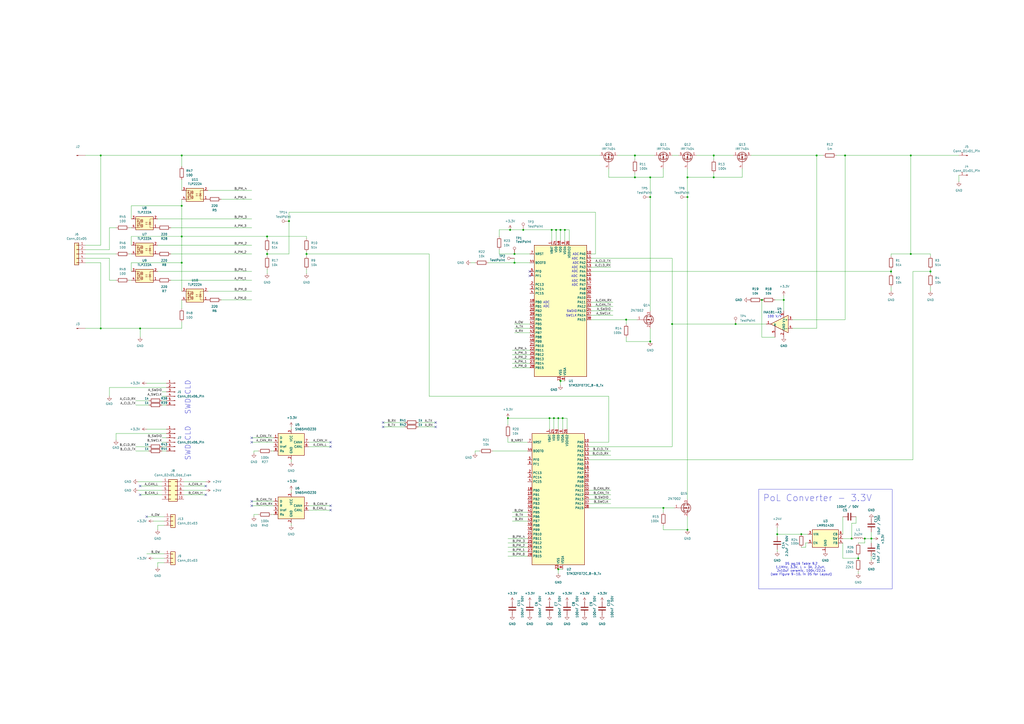
<source format=kicad_sch>
(kicad_sch (version 20250114) (generator "eeschema") (generator_version "9.0")
  (paper "A2")
  (rectangle (start 440.055 283.845) (end 517.525 341.63))
  (text "SWCLK" (at 331.47 183.134 0) (effects (font (size 1.27 1.27))))
  (text "ADC" (at 333.502 157.48 0) (effects (font (size 1.27 1.27))))
  (text "CLD" (at 110.744 255.778 90) (effects (font (size 2.9972 2.9972)) (justify left bottom)))
  (text "ADC" (at 333.502 150.114 0) (effects (font (size 1.27 1.27))))
  (text "ADC" (at 334.01 152.654 0) (effects (font (size 1.27 1.27))))
  (text "ADC" (at 333.248 160.274 0) (effects (font (size 1.27 1.27))))
  (text "SWD" (at 110.744 267.208 90) (effects (font (size 2.9972 2.9972)) (justify left bottom)))
  (text "ADC" (at 316.992 177.8 0) (effects (font (size 1.27 1.27))))
  (text "CLD" (at 110.744 229.108 90) (effects (font (size 2.9972 2.9972)) (justify left bottom)))
  (text "ADC" (at 333.502 163.068 0) (effects (font (size 1.27 1.27))))
  (text "ADC" (at 333.502 165.354 0) (effects (font (size 1.27 1.27))))
  (text "DS pg.16 Table 9.2\n1.1MHz, 3.3V, L > 3A, 2.2uH, \n2x10uF ceramic, 100k/22.1k\n(see Figure 9-10. in DS for Layout)" (at 464.82 330.2 0) (effects (font (size 1.27 1.27))))
  (text "PoL Converter - 3.3V" (at 474.218 289.052 0) (effects (font (size 3.81 3.81))))
  (text "ADC" (at 334.01 147.574 0) (effects (font (size 1.27 1.27))))
  (text "ADC" (at 316.992 175.514 0) (effects (font (size 1.27 1.27))))
  (text "ADC" (at 333.502 155.194 0) (effects (font (size 1.27 1.27))))
  (text "100 V/V" (at 449.326 183.642 0) (effects (font (size 1.27 1.27))))
  (text "SWD" (at 110.744 240.538 90) (effects (font (size 2.9972 2.9972)) (justify left bottom)))
  (text "SWDIO" (at 331.724 180.594 0) (effects (font (size 1.27 1.27))))
  (junction (at 298.45 152.4))
  (junction (at 320.04 133.35))
  (junction (at 58.42 90.17))
  (junction (at 454.66 173.99))
  (junction (at 167.64 128.27))
  (junction (at 363.22 185.42))
  (junction (at 398.78 114.3))
  (junction (at 105.41 152.4))
  (junction (at 389.89 187.96))
  (junction (at 105.41 137.16))
  (junction (at 81.28 190.5))
  (junction (at 377.19 114.3))
  (junction (at 497.84 323.85))
  (junction (at 377.19 102.87))
  (junction (at 154.94 137.16))
  (junction (at 490.22 90.17))
  (junction (at 327.66 133.35))
  (junction (at 414.02 90.17))
  (junction (at 154.94 147.32))
  (junction (at 105.41 119.38))
  (junction (at 398.78 307.34))
  (junction (at 323.85 242.57))
  (junction (at 398.78 102.87))
  (junction (at 441.96 173.99))
  (junction (at 426.72 187.96))
  (junction (at 298.45 147.32))
  (junction (at 323.85 330.2))
  (junction (at 528.32 147.32))
  (junction (at 539.75 157.48))
  (junction (at 321.31 242.57))
  (junction (at 450.85 309.88))
  (junction (at 325.12 220.98))
  (junction (at 505.46 312.42))
  (junction (at 105.41 90.17))
  (junction (at 473.71 90.17))
  (junction (at 516.89 157.48))
  (junction (at 414.02 102.87))
  (junction (at 325.12 133.35))
  (junction (at 368.3 90.17))
  (junction (at 464.82 309.88))
  (junction (at 303.53 133.35))
  (junction (at 384.81 294.64))
  (junction (at 58.42 190.5))
  (junction (at 318.77 242.57))
  (junction (at 326.39 242.57))
  (junction (at 322.58 133.35))
  (junction (at 528.32 90.17))
  (junction (at 177.8 147.32))
  (junction (at 295.91 133.35))
  (junction (at 494.03 312.42))
  (junction (at 294.64 242.57))
  (junction (at 501.65 312.42))
  (junction (at 368.3 102.87))
  (junction (at 377.19 198.12))
  (no_connect (at 307.34 157.48))
  (no_connect (at 191.77 256.54))
  (no_connect (at 307.34 160.02))
  (no_connect (at 81.28 281.94))
  (no_connect (at 146.05 290.83))
  (no_connect (at 146.05 293.37))
  (no_connect (at 119.38 281.94))
  (no_connect (at 222.25 245.11))
  (no_connect (at 191.77 259.08))
  (no_connect (at 146.05 254))
  (no_connect (at 146.05 256.54))
  (no_connect (at 85.09 299.72))
  (no_connect (at 191.77 293.37))
  (no_connect (at 191.77 295.91))
  (no_connect (at 252.73 247.65))
  (no_connect (at 119.38 287.02))
  (no_connect (at 222.25 247.65))
  (no_connect (at 252.73 245.11))
  (no_connect (at 81.28 287.02))
  (wire (pts (xy 488.95 312.42) (xy 494.03 312.42)))
  (wire (pts (xy 128.27 173.99) (xy 146.05 173.99)))
  (wire (pts (xy 389.89 149.86) (xy 389.89 187.96)))
  (wire (pts (xy 81.28 287.02) (xy 93.98 287.02)))
  (wire (pts (xy 177.8 147.32) (xy 248.92 147.32)) (stroke (width 0.1524)))
  (wire (pts (xy 149.86 261.62) (xy 147.32 261.62)))
  (wire (pts (xy 88.9 302.26) (xy 95.25 302.26)))
  (wire (pts (xy 435.61 90.17) (xy 473.71 90.17)))
  (wire (pts (xy 449.58 195.58) (xy 441.96 195.58)))
  (wire (pts (xy 341.63 261.62) (xy 354.33 261.62)))
  (wire (pts (xy 96.52 256.54) (xy 93.98 256.54)))
  (wire (pts (xy 494.03 303.53) (xy 496.57 303.53)))
  (wire (pts (xy 177.8 146.05) (xy 177.8 147.32)) (stroke (width 0.1524)))
  (wire (pts (xy 384.81 102.87) (xy 384.81 97.79)))
  (wire (pts (xy 149.86 298.45) (xy 147.32 298.45)))
  (wire (pts (xy 398.78 102.87) (xy 414.02 102.87)))
  (wire (pts (xy 168.91 266.7) (xy 168.91 267.97)))
  (wire (pts (xy 556.26 101.6) (xy 556.26 105.41)))
  (wire (pts (xy 342.9 185.42) (xy 363.22 185.42)))
  (wire (pts (xy 368.3 90.17) (xy 379.73 90.17)))
  (wire (pts (xy 167.64 147.32) (xy 167.64 128.27)))
  (wire (pts (xy 80.01 284.48) (xy 93.98 284.48)))
  (wire (pts (xy 369.57 185.42) (xy 363.22 185.42)))
  (wire (pts (xy 157.48 261.62) (xy 158.75 261.62)))
  (wire (pts (xy 328.93 242.57) (xy 328.93 248.92)))
  (wire (pts (xy 298.45 147.32) (xy 307.34 147.32)))
  (wire (pts (xy 450.85 318.77) (xy 450.85 320.04)))
  (wire (pts (xy 294.64 242.57) (xy 294.64 246.38)))
  (wire (pts (xy 294.64 312.42) (xy 306.07 312.42)))
  (wire (pts (xy 96.52 232.41) (xy 93.98 232.41)))
  (wire (pts (xy 430.53 102.87) (xy 430.53 97.79)))
  (wire (pts (xy 539.75 157.48) (xy 529.59 157.48)) (stroke (width 0.1524)))
  (wire (pts (xy 326.39 242.57) (xy 328.93 242.57)))
  (wire (pts (xy 91.44 142.24) (xy 146.05 142.24)))
  (wire (pts (xy 96.52 259.08) (xy 93.98 259.08)))
  (wire (pts (xy 501.65 314.96) (xy 501.65 312.42)))
  (wire (pts (xy 167.64 123.19) (xy 167.64 128.27)))
  (wire (pts (xy 414.02 90.17) (xy 414.02 92.71)))
  (wire (pts (xy 529.59 266.7) (xy 341.63 266.7)) (stroke (width 0.1524)))
  (wire (pts (xy 501.65 312.42) (xy 505.46 312.42)))
  (wire (pts (xy 91.44 127) (xy 146.05 127)))
  (wire (pts (xy 323.85 330.2) (xy 326.39 330.2)))
  (wire (pts (xy 297.18 205.74) (xy 307.34 205.74)))
  (wire (pts (xy 377.19 114.3) (xy 377.19 180.34)))
  (wire (pts (xy 297.18 299.72) (xy 306.07 299.72)))
  (wire (pts (xy 234.95 247.65) (xy 222.25 247.65)))
  (wire (pts (xy 320.04 133.35) (xy 322.58 133.35)))
  (wire (pts (xy 146.05 290.83) (xy 158.75 290.83)))
  (wire (pts (xy 377.19 198.12) (xy 377.19 190.5)))
  (wire (pts (xy 128.27 115.57) (xy 146.05 115.57)))
  (wire (pts (xy 81.28 190.5) (xy 81.28 195.58)))
  (wire (pts (xy 528.32 147.32) (xy 528.32 90.17)))
  (wire (pts (xy 342.9 175.26) (xy 355.6 175.26)))
  (wire (pts (xy 81.28 190.5) (xy 105.41 190.5)))
  (wire (pts (xy 398.78 307.34) (xy 398.78 299.72)))
  (wire (pts (xy 341.63 287.02) (xy 354.33 287.02)))
  (wire (pts (xy 516.89 157.48) (xy 516.89 158.75)))
  (wire (pts (xy 516.89 166.37) (xy 516.89 168.91)))
  (wire (pts (xy 85.09 299.72) (xy 95.25 299.72)))
  (wire (pts (xy 167.64 123.19) (xy 345.44 123.19)))
  (wire (pts (xy 505.46 312.42) (xy 505.46 308.61)))
  (wire (pts (xy 273.05 152.4) (xy 275.59 152.4)))
  (wire (pts (xy 294.64 314.96) (xy 306.07 314.96)))
  (wire (pts (xy 341.63 284.48) (xy 354.33 284.48)))
  (wire (pts (xy 76.2 157.48) (xy 76.2 152.4)))
  (wire (pts (xy 450.85 306.07) (xy 450.85 309.88)))
  (wire (pts (xy 91.44 157.48) (xy 146.05 157.48)))
  (wire (pts (xy 96.52 254) (xy 93.98 254)))
  (wire (pts (xy 179.07 295.91) (xy 191.77 295.91)))
  (wire (pts (xy 490.22 90.17) (xy 490.22 185.42)))
  (wire (pts (xy 516.89 148.59) (xy 516.89 147.32)))
  (wire (pts (xy 248.92 147.32) (xy 248.92 229.87)) (stroke (width 0.1524)))
  (wire (pts (xy 377.19 198.12) (xy 363.22 198.12)))
  (wire (pts (xy 298.45 187.96) (xy 307.34 187.96)))
  (wire (pts (xy 450.85 311.15) (xy 450.85 309.88)))
  (wire (pts (xy 76.2 152.4) (xy 105.41 152.4)))
  (wire (pts (xy 467.36 317.5) (xy 467.36 314.96)))
  (wire (pts (xy 473.71 90.17) (xy 473.71 190.5)))
  (wire (pts (xy 58.42 90.17) (xy 105.41 90.17)))
  (wire (pts (xy 384.81 304.8) (xy 384.81 307.34)))
  (wire (pts (xy 58.42 142.24) (xy 58.42 90.17)))
  (wire (pts (xy 341.63 294.64) (xy 384.81 294.64)))
  (wire (pts (xy 105.41 115.57) (xy 105.41 119.38)))
  (wire (pts (xy 85.09 321.31) (xy 95.25 321.31)))
  (wire (pts (xy 330.2 133.35) (xy 330.2 139.7)))
  (wire (pts (xy 342.9 177.8) (xy 355.6 177.8)))
  (wire (pts (xy 464.82 309.88) (xy 468.63 309.88)))
  (wire (pts (xy 252.73 245.11) (xy 242.57 245.11)))
  (wire (pts (xy 297.18 208.28) (xy 307.34 208.28)))
  (wire (pts (xy 297.18 210.82) (xy 307.34 210.82)))
  (wire (pts (xy 105.41 173.99) (xy 105.41 179.07)))
  (wire (pts (xy 154.94 147.32) (xy 167.64 147.32)))
  (wire (pts (xy 76.2 127) (xy 76.2 119.38)))
  (wire (pts (xy 342.9 152.4) (xy 354.33 152.4)))
  (wire (pts (xy 391.16 294.64) (xy 384.81 294.64)))
  (wire (pts (xy 528.32 90.17) (xy 556.26 90.17)))
  (wire (pts (xy 146.05 256.54) (xy 158.75 256.54)))
  (wire (pts (xy 320.04 133.35) (xy 320.04 139.7)))
  (wire (pts (xy 389.89 90.17) (xy 393.7 90.17)))
  (wire (pts (xy 322.58 133.35) (xy 322.58 139.7)))
  (wire (pts (xy 289.56 147.32) (xy 298.45 147.32)))
  (wire (pts (xy 441.96 173.99) (xy 441.96 195.58)))
  (wire (pts (xy 488.95 314.96) (xy 488.95 323.85)))
  (wire (pts (xy 294.64 256.54) (xy 306.07 256.54)))
  (wire (pts (xy 106.68 284.48) (xy 119.38 284.48)))
  (wire (pts (xy 516.89 147.32) (xy 528.32 147.32)))
  (wire (pts (xy 303.53 133.35) (xy 320.04 133.35)))
  (wire (pts (xy 105.41 186.69) (xy 105.41 190.5)))
  (wire (pts (xy 157.48 298.45) (xy 158.75 298.45)))
  (wire (pts (xy 459.74 190.5) (xy 473.71 190.5)))
  (wire (pts (xy 505.46 312.42) (xy 505.46 314.96)))
  (wire (pts (xy 398.78 102.87) (xy 398.78 114.3)))
  (wire (pts (xy 539.75 166.37) (xy 539.75 168.91)))
  (wire (pts (xy 345.44 147.32) (xy 342.9 147.32)))
  (wire (pts (xy 49.53 190.5) (xy 58.42 190.5)))
  (wire (pts (xy 76.2 137.16) (xy 105.41 137.16)))
  (wire (pts (xy 179.07 259.08) (xy 191.77 259.08)))
  (wire (pts (xy 377.19 102.87) (xy 377.19 114.3)))
  (wire (pts (xy 485.14 90.17) (xy 490.22 90.17)))
  (wire (pts (xy 325.12 220.98) (xy 325.12 223.52)))
  (wire (pts (xy 76.2 119.38) (xy 105.41 119.38)))
  (wire (pts (xy 294.64 254) (xy 294.64 256.54)))
  (wire (pts (xy 105.41 152.4) (xy 105.41 168.91)))
  (wire (pts (xy 342.9 182.88) (xy 355.6 182.88)))
  (wire (pts (xy 528.32 147.32) (xy 539.75 147.32)))
  (wire (pts (xy 298.45 193.04) (xy 307.34 193.04)))
  (wire (pts (xy 398.78 307.34) (xy 384.81 307.34)))
  (wire (pts (xy 497.84 314.96) (xy 501.65 314.96)))
  (wire (pts (xy 539.75 156.21) (xy 539.75 157.48)) (stroke (width 0.1524)))
  (wire (pts (xy 321.31 242.57) (xy 321.31 248.92)))
  (wire (pts (xy 120.65 110.49) (xy 146.05 110.49)))
  (wire (pts (xy 177.8 147.32) (xy 177.8 148.59)) (stroke (width 0.1524)))
  (wire (pts (xy 516.89 156.21) (xy 516.89 157.48)))
  (wire (pts (xy 494.03 312.42) (xy 494.03 303.53)))
  (wire (pts (xy 86.36 259.08) (xy 78.74 259.08)))
  (wire (pts (xy 403.86 90.17) (xy 414.02 90.17)))
  (wire (pts (xy 106.68 287.02) (xy 119.38 287.02)))
  (wire (pts (xy 285.75 261.62) (xy 306.07 261.62)))
  (wire (pts (xy 74.93 162.56) (xy 76.2 162.56)))
  (wire (pts (xy 389.89 149.86) (xy 342.9 149.86)))
  (wire (pts (xy 529.59 157.48) (xy 529.59 266.7)) (stroke (width 0.1524)))
  (wire (pts (xy 96.52 251.46) (xy 67.31 251.46)))
  (wire (pts (xy 358.14 90.17) (xy 368.3 90.17)))
  (wire (pts (xy 80.01 279.4) (xy 93.98 279.4)))
  (wire (pts (xy 450.85 309.88) (xy 464.82 309.88)))
  (wire (pts (xy 342.9 157.48) (xy 516.89 157.48)))
  (wire (pts (xy 49.53 149.86) (xy 63.5 149.86)))
  (wire (pts (xy 323.85 242.57) (xy 323.85 248.92)))
  (wire (pts (xy 168.91 284.48) (xy 168.91 285.75)))
  (wire (pts (xy 490.22 90.17) (xy 528.32 90.17)))
  (wire (pts (xy 154.94 147.32) (xy 154.94 148.59)))
  (wire (pts (xy 398.78 114.3) (xy 398.78 289.56)))
  (wire (pts (xy 345.44 123.19) (xy 345.44 147.32)))
  (wire (pts (xy 294.64 317.5) (xy 306.07 317.5)))
  (wire (pts (xy 298.45 190.5) (xy 307.34 190.5)))
  (wire (pts (xy 106.68 279.4) (xy 119.38 279.4)))
  (wire (pts (xy 168.91 303.53) (xy 168.91 304.8)))
  (wire (pts (xy 353.06 102.87) (xy 368.3 102.87)))
  (wire (pts (xy 289.56 133.35) (xy 295.91 133.35)))
  (wire (pts (xy 146.05 293.37) (xy 158.75 293.37)))
  (wire (pts (xy 488.95 323.85) (xy 497.84 323.85)))
  (wire (pts (xy 120.65 168.91) (xy 146.05 168.91)))
  (wire (pts (xy 353.06 229.87) (xy 353.06 256.54)) (stroke (width 0.1524)))
  (wire (pts (xy 341.63 289.56) (xy 354.33 289.56)))
  (wire (pts (xy 105.41 137.16) (xy 105.41 152.4)))
  (wire (pts (xy 323.85 330.2) (xy 323.85 332.74)))
  (wire (pts (xy 539.75 148.59) (xy 539.75 147.32)))
  (wire (pts (xy 96.52 229.87) (xy 93.98 229.87)))
  (wire (pts (xy 99.06 162.56) (xy 146.05 162.56)))
  (wire (pts (xy 353.06 256.54) (xy 341.63 256.54)) (stroke (width 0.1524)))
  (wire (pts (xy 278.13 261.62) (xy 275.59 261.62)))
  (wire (pts (xy 488.95 299.72) (xy 488.95 309.88)))
  (wire (pts (xy 414.02 90.17) (xy 425.45 90.17)))
  (wire (pts (xy 321.31 242.57) (xy 323.85 242.57)))
  (wire (pts (xy 289.56 133.35) (xy 289.56 137.16)))
  (wire (pts (xy 63.5 224.79) (xy 63.5 229.87)))
  (wire (pts (xy 179.07 256.54) (xy 191.77 256.54)))
  (wire (pts (xy 377.19 102.87) (xy 384.81 102.87)))
  (wire (pts (xy 398.78 97.79) (xy 398.78 102.87)))
  (wire (pts (xy 63.5 162.56) (xy 67.31 162.56)))
  (wire (pts (xy 368.3 100.33) (xy 368.3 102.87)))
  (wire (pts (xy 294.64 242.57) (xy 318.77 242.57)))
  (wire (pts (xy 95.25 326.39) (xy 91.44 326.39)))
  (wire (pts (xy 63.5 144.78) (xy 63.5 132.08)))
  (wire (pts (xy 96.52 222.25) (xy 85.09 222.25)))
  (wire (pts (xy 49.53 90.17) (xy 58.42 90.17)))
  (wire (pts (xy 147.32 261.62) (xy 147.32 262.89)))
  (wire (pts (xy 341.63 259.08) (xy 389.89 259.08)))
  (wire (pts (xy 539.75 157.48) (xy 539.75 158.75)) (stroke (width 0.1524)))
  (wire (pts (xy 505.46 322.58) (xy 505.46 325.12)))
  (wire (pts (xy 63.5 149.86) (xy 63.5 162.56)))
  (wire (pts (xy 342.9 180.34) (xy 355.6 180.34)))
  (wire (pts (xy 74.93 147.32) (xy 76.2 147.32)))
  (wire (pts (xy 325.12 133.35) (xy 325.12 139.7)))
  (wire (pts (xy 384.81 294.64) (xy 384.81 297.18)))
  (wire (pts (xy 323.85 242.57) (xy 326.39 242.57)))
  (wire (pts (xy 49.53 142.24) (xy 58.42 142.24)))
  (wire (pts (xy 368.3 102.87) (xy 377.19 102.87)))
  (wire (pts (xy 252.73 247.65) (xy 242.57 247.65)))
  (wire (pts (xy 154.94 137.16) (xy 177.8 137.16)))
  (wire (pts (xy 96.52 227.33) (xy 93.98 227.33)))
  (wire (pts (xy 294.64 320.04) (xy 306.07 320.04)))
  (wire (pts (xy 168.91 247.65) (xy 168.91 248.92)))
  (wire (pts (xy 58.42 152.4) (xy 58.42 190.5)))
  (wire (pts (xy 389.89 187.96) (xy 389.89 259.08)))
  (wire (pts (xy 327.66 133.35) (xy 327.66 139.7)))
  (wire (pts (xy 341.63 264.16) (xy 354.33 264.16)))
  (wire (pts (xy 459.74 185.42) (xy 490.22 185.42)))
  (wire (pts (xy 389.89 187.96) (xy 426.72 187.96)))
  (wire (pts (xy 105.41 119.38) (xy 105.41 137.16)))
  (wire (pts (xy 496.57 303.53) (xy 496.57 299.72)))
  (wire (pts (xy 327.66 133.35) (xy 330.2 133.35)))
  (wire (pts (xy 105.41 90.17) (xy 105.41 96.52)))
  (wire (pts (xy 325.12 133.35) (xy 327.66 133.35)))
  (wire (pts (xy 76.2 132.08) (xy 74.93 132.08)))
  (wire (pts (xy 76.2 142.24) (xy 76.2 137.16)))
  (wire (pts (xy 106.68 281.94) (xy 119.38 281.94)))
  (wire (pts (xy 294.64 322.58) (xy 306.07 322.58)))
  (wire (pts (xy 105.41 90.17) (xy 347.98 90.17)))
  (wire (pts (xy 177.8 156.21) (xy 177.8 158.75)))
  (wire (pts (xy 49.53 152.4) (xy 58.42 152.4)))
  (wire (pts (xy 248.92 229.87) (xy 353.06 229.87)) (stroke (width 0.1524)))
  (wire (pts (xy 368.3 90.17) (xy 368.3 92.71)))
  (wire (pts (xy 297.18 302.26) (xy 306.07 302.26)))
  (wire (pts (xy 96.52 224.79) (xy 63.5 224.79)))
  (wire (pts (xy 298.45 152.4) (xy 307.34 152.4)))
  (wire (pts (xy 234.95 245.11) (xy 222.25 245.11)))
  (wire (pts (xy 318.77 242.57) (xy 318.77 248.92)))
  (wire (pts (xy 99.06 147.32) (xy 146.05 147.32)))
  (wire (pts (xy 154.94 138.43) (xy 154.94 137.16)))
  (wire (pts (xy 414.02 100.33) (xy 414.02 102.87)))
  (wire (pts (xy 96.52 261.62) (xy 93.98 261.62)))
  (wire (pts (xy 96.52 248.92) (xy 85.09 248.92)))
  (wire (pts (xy 179.07 293.37) (xy 191.77 293.37)))
  (wire (pts (xy 58.42 190.5) (xy 81.28 190.5)))
  (wire (pts (xy 297.18 213.36) (xy 307.34 213.36)))
  (wire (pts (xy 363.22 185.42) (xy 363.22 187.96)))
  (wire (pts (xy 88.9 323.85) (xy 95.25 323.85)))
  (wire (pts (xy 473.71 90.17) (xy 477.52 90.17)))
  (wire (pts (xy 318.77 242.57) (xy 321.31 242.57)))
  (wire (pts (xy 353.06 97.79) (xy 353.06 102.87)))
  (wire (pts (xy 81.28 281.94) (xy 93.98 281.94)))
  (wire (pts (xy 95.25 304.8) (xy 91.44 304.8)))
  (wire (pts (xy 177.8 138.43) (xy 177.8 137.16)))
  (wire (pts (xy 86.36 234.95) (xy 78.74 234.95)))
  (wire (pts (xy 414.02 102.87) (xy 430.53 102.87)))
  (wire (pts (xy 454.66 173.99) (xy 449.58 173.99)))
  (wire (pts (xy 105.41 104.14) (xy 105.41 110.49)))
  (wire (pts (xy 325.12 220.98) (xy 327.66 220.98)))
  (wire (pts (xy 505.46 312.42) (xy 506.73 312.42)))
  (wire (pts (xy 96.52 234.95) (xy 93.98 234.95)))
  (wire (pts (xy 363.22 195.58) (xy 363.22 198.12)))
  (wire (pts (xy 326.39 242.57) (xy 326.39 248.92)))
  (wire (pts (xy 295.91 133.35) (xy 303.53 133.35)))
  (wire (pts (xy 298.45 149.86) (xy 298.45 152.4)))
  (wire (pts (xy 91.44 304.8) (xy 91.44 307.34)))
  (wire (pts (xy 467.36 314.96) (xy 468.63 314.96)))
  (wire (pts (xy 297.18 297.18) (xy 306.07 297.18)))
  (wire (pts (xy 63.5 132.08) (xy 67.31 132.08)))
  (wire (pts (xy 454.66 171.45) (xy 454.66 173.99)))
  (wire (pts (xy 67.31 251.46) (xy 67.31 255.27)))
  (wire (pts (xy 454.66 173.99) (xy 454.66 180.34)))
  (wire (pts (xy 49.53 144.78) (xy 63.5 144.78)))
  (wire (pts (xy 289.56 144.78) (xy 289.56 147.32)))
  (wire (pts (xy 154.94 156.21) (xy 154.94 158.75)))
  (wire (pts (xy 444.5 187.96) (xy 426.72 187.96)))
  (wire (pts (xy 86.36 261.62) (xy 78.74 261.62)))
  (wire (pts (xy 322.58 133.35) (xy 325.12 133.35)))
  (wire (pts (xy 275.59 261.62) (xy 275.59 262.89)))
  (wire (pts (xy 497.84 322.58) (xy 497.84 323.85)))
  (wire (pts (xy 99.06 132.08) (xy 146.05 132.08)))
  (wire (pts (xy 147.32 298.45) (xy 147.32 299.72)))
  (wire (pts (xy 49.53 147.32) (xy 67.31 147.32)))
  (wire (pts (xy 497.84 331.47) (xy 497.84 332.74)))
  (wire (pts (xy 154.94 146.05) (xy 154.94 147.32)))
  (wire (pts (xy 91.44 326.39) (xy 91.44 328.93)))
  (wire (pts (xy 86.36 232.41) (xy 78.74 232.41)))
  (wire (pts (xy 105.41 137.16) (xy 154.94 137.16)))
  (wire (pts (xy 464.82 317.5) (xy 467.36 317.5)))
  (wire (pts (xy 283.21 152.4) (xy 298.45 152.4)))
  (wire (pts (xy 146.05 254) (xy 158.75 254)))
  (wire (pts (xy 341.63 292.1) (xy 354.33 292.1)))
  (wire (pts (xy 297.18 203.2) (xy 307.34 203.2)))
  (wire (pts (xy 342.9 154.94) (xy 354.33 154.94)))
  (label "B_PM_4" (at 135.89 110.49 0))
  (label "A_PM_2" (at 298.45 208.28 0))
  (label "B_PM_1" (at 297.18 320.04 0))
  (label "B_PM_3" (at 297.18 314.96 0))
  (label "B_PM_2" (at 297.18 317.5 0))
  (label "B_RX" (at 303.53 302.26 180))
  (label "B_OW" (at 303.53 297.18 180))
  (label "B_CLD_TX" (at 353.06 261.62 180))
  (label "A_CLD_TX" (at 354.33 152.4 180))
  (label "B_NRST" (at 303.53 256.54 180))
  (label "B_CAN_RX" (at 148.59 293.37 0))
  (label "B_CLD_TX" (at 78.74 261.62 180))
  (label "B_OW" (at 87.63 321.31 0))
  (label "B_PM_4" (at 297.18 312.42 0))
  (label "A_SWDIO" (at 93.98 227.33 180))
  (label "B_PM_0" (at 297.18 322.58 0))
  (label "A_PM_3" (at 135.89 132.08 0))
  (label "A_CAN_H" (at 109.22 281.94 0))
  (label "B_CLD_RX" (at 353.06 264.16 180))
  (label "A_OW" (at 303.53 187.96 180))
  (label "A_PM_4" (at 298.45 203.2 0))
  (label "A_CAN_L" (at 181.61 259.08 0))
  (label "B_RX" (at 224.79 245.11 0))
  (label "B_CAN_TX" (at 148.59 290.83 0))
  (label "A_PM_1" (at 298.45 210.82 0))
  (label "A_PM_0" (at 298.45 213.36 0))
  (label "A_CAN_RX" (at 345.44 175.26 0))
  (label "B_CAN_L" (at 83.82 287.02 0))
  (label "B_PM_0" (at 135.89 168.91 0))
  (label "A_SWCLK" (at 93.98 229.87 180))
  (label "A_CAN_TX" (at 345.44 177.8 0))
  (label "A_PM_1" (at 135.89 162.56 0))
  (label "A_TX" (at 303.53 190.5 180))
  (label "A_CAN_H" (at 181.61 256.54 0))
  (label "A_PM_0" (at 135.89 173.99 0))
  (label "A_RX" (at 246.38 247.65 0))
  (label "B_CLD_RX" (at 78.74 259.08 180))
  (label "B_CAN_H" (at 181.61 293.37 0))
  (label "B_PM_3" (at 135.89 127 0))
  (label "B_CAN_RX" (at 344.17 284.48 0))
  (label "B_TX" (at 224.79 247.65 0))
  (label "A_CAN_TX" (at 148.59 254 0))
  (label "B_SWCLK" (at 93.98 256.54 180))
  (label "B_PM_2" (at 135.89 142.24 0))
  (label "A_PM_2" (at 135.89 147.32 0))
  (label "A_OW" (at 87.63 299.72 0))
  (label "A_SWDIO" (at 354.33 180.34 180))
  (label "A_CLD_TX" (at 78.74 234.95 180))
  (label "A_CAN_RX" (at 148.59 256.54 0))
  (label "B_SWDIO" (at 353.06 289.56 180))
  (label "A_RX" (at 303.53 193.04 180))
  (label "B_SWDIO" (at 93.98 254 180))
  (label "A_SWCLK" (at 354.33 182.88 180))
  (label "A_PM_3" (at 298.45 205.74 0))
  (label "A_PM_4" (at 135.89 115.57 0))
  (label "B_SWCLK" (at 353.06 292.1 180))
  (label "B_PM_1" (at 135.89 157.48 0))
  (label "B_CAN_TX" (at 344.17 287.02 0))
  (label "B_CAN_L" (at 181.3506 295.91 0))
  (label "A_CAN_L" (at 83.82 281.94 0))
  (label "B_CAN_H" (at 109.22 287.02 0))
  (label "A_TX" (at 246.38 245.11 0))
  (label "A_CLD_RX" (at 354.33 154.94 180))
  (label "B_TX" (at 303.53 299.72 180))
  (label "A_CLD_RX" (at 78.74 232.41 180))
  (symbol (lib_id "power:+24V") (at 119.38 284.48 270) (unit 1)
    (property "Reference" "#PWR040" (effects (hide yes)))
    (property "Value" "+24V" (at 123.19 284.4799 90) (effects (justify left)))
    (property "Description" "Power symbol creates a global label with name \"+24V\"" (effects (hide yes)))
  )
  (symbol (lib_id "Device:R") (at 281.94 261.62 270) (unit 1)
    (property "Reference" "R21" (at 281.94 255.27 90))
    (property "Value" "10k" (at 281.94 257.81 90))
    (property "Footprint" "Resistor_SMD:R_0603_1608Metric" (effects (hide yes)))
    (property "Description" "Resistor" (effects (hide yes)))
  )
  (symbol (lib_id "Device:R") (at 105.41 100.33 180) (unit 1)
    (property "Reference" "R47" (at 107.95 99.0599 0) (effects (justify right)))
    (property "Value" "100" (at 107.95 101.5999 0) (effects (justify right)))
    (property "Footprint" "Resistor_SMD:R_1206_3216Metric" (effects (hide yes)))
    (property "Description" "Resistor" (effects (hide yes)))
  )
  (symbol (lib_id "Amplifier_Current:INA181") (at 452.12 187.96 0) (mirror y) (unit 1)
    (property "Reference" "U4" (at 452.12 179.07 0))
    (property "Value" "INA181-A3" (at 448.056 181.102 0))
    (property "Footprint" "Package_TO_SOT_SMD:SOT-23-6" (effects (hide yes)))
    (property "Datasheet" "http://www.ti.com/lit/ds/symlink/ina181.pdf" (effects (hide yes)))
    (property "Description" "Bidirectional, Low- and High-Side Voltage Output, Current-Sense Amplifier, SOT-23-6" (effects (hide yes)))
  )
  (symbol (lib_id "MCU_ST_STM32F0:STM32F072C_8-B_Tx") (at 323.85 289.56 0) (unit 1)
    (property "Reference" "U2" (at 328.5841 330.2 0) (effects (justify left)))
    (property "Value" "STM32F072C_8-B_Tx" (at 328.5841 332.74 0) (effects (justify left)))
    (property "Footprint" "Package_QFP:LQFP-48_7x7mm_P0.5mm" (effects (hide yes)))
    (property "Datasheet" "https://www.st.com/resource/en/datasheet/stm32f072c8.pdf" (effects (hide yes)))
    (property "Description" "STMicroelectronics Arm Cortex-M0 MCU, 64-128KB flash, 16KB RAM, 48 MHz, 2.0-3.6V, 37 GPIO, LQFP48" (effects (hide yes)))
  )
  (symbol (lib_id "power:GND") (at 307.34 356.87 0) (unit 1)
    (property "Reference" "#PWR019" (effects (hide yes)))
    (property "Value" "GND" (at 307.34 361.95 0))
    (property "Description" "Power symbol creates a global label with name \"GND\" , ground" (effects (hide yes)))
  )
  (symbol (lib_id "Device:R") (at 71.12 132.08 90) (unit 1)
    (property "Reference" "R45" (at 71.12 125.73 90))
    (property "Value" "100" (at 71.12 128.27 90))
    (property "Footprint" "Resistor_SMD:R_1206_3216Metric" (effects (hide yes)))
    (property "Description" "Resistor" (effects (hide yes)))
  )
  (symbol (lib_id "power:GND") (at 398.78 307.34 0) (unit 1)
    (property "Reference" "#PWR09" (effects (hide yes)))
    (property "Value" "GND" (at 398.78 312.42 0))
    (property "Description" "Power symbol creates a global label with name \"GND\" , ground" (effects (hide yes)))
  )
  (symbol (lib_id "power:GND") (at 80.01 279.4 270) (unit 1)
    (property "Reference" "#PWR06" (effects (hide yes)))
    (property "Value" "GND" (at 76.2 279.3999 90) (effects (justify right)))
    (property "Description" "Power symbol creates a global label with name \"GND\" , ground" (effects (hide yes)))
  )
  (symbol (lib_id "Device:R") (at 95.25 132.08 270) (unit 1)
    (property "Reference" "R28" (at 95.25 138.43 90))
    (property "Value" "220" (at 95.25 135.89 90))
    (property "Footprint" "Resistor_SMD:R_0603_1608Metric" (effects (hide yes)))
    (property "Description" "Resistor" (effects (hide yes)))
  )
  (symbol (lib_id "power:+3.3V") (at 168.91 247.65 0) (unit 1)
    (property "Reference" "#PWR048" (effects (hide yes)))
    (property "Value" "+3.3V" (at 166.37 242.316 0) (effects (justify left)))
    (property "Description" "Power symbol creates a global label with name \"+3.3V\"" (effects (hide yes)))
  )
  (symbol (lib_id "Device:C") (at 349.25 353.06 0) (unit 1)
    (property "Reference" "C10" (at 353.06 351.7899 90) (effects (justify left)))
    (property "Value" "100nF / 50V" (at 355.092 358.394 90) (effects (justify left)))
    (property "Footprint" "Capacitor_SMD:C_0603_1608Metric" (effects (hide yes)))
    (property "Description" "Unpolarized capacitor" (effects (hide yes)))
  )
  (symbol (lib_id "Device:R") (at 90.17 232.41 270) (mirror x) (unit 1)
    (property "Reference" "R38" (at 95.25 231.14 90))
    (property "Value" "1k" (at 85.09 231.14 90))
    (property "Footprint" "Resistor_SMD:R_0805_2012Metric" (effects (hide yes)))
    (property "manf#" " CR0805-FX-1001ELF " (effects (hide yes)))
  )
  (symbol (lib_id "power:+3.3V") (at 506.73 312.42 270) (unit 1)
    (property "Reference" "#PWR032" (effects (hide yes)))
    (property "Value" "+3.3V" (at 512.064 309.88 0) (effects (justify left)))
    (property "Description" "Power symbol creates a global label with name \"+3.3V\"" (effects (hide yes)))
  )
  (symbol (lib_id "Device:R") (at 464.82 313.69 0) (mirror y) (unit 1)
    (property "Reference" "R24" (at 462.788 313.182 0) (effects (justify left)))
    (property "Value" "100k" (at 463.55 315.214 0) (effects (justify left)))
    (property "Footprint" "Resistor_SMD:R_0603_1608Metric" (effects (hide yes)))
    (property "Description" "Resistor" (effects (hide yes)))
  )
  (symbol (lib_id "Connector:Conn_01x01_Pin") (at 561.34 101.6 0) (mirror y) (unit 1)
    (property "Reference" "J4" (at 560.705 96.52 0))
    (property "Value" "Conn_01x01_Pin" (at 560.705 99.06 0))
    (property "Footprint" "MountingHole:MountingHole_3.2mm_M3_DIN965_Pad" (effects (hide yes)))
    (property "Description" "Generic connector, single row, 01x01, script generated" (effects (hide yes)))
  )
  (symbol (lib_id "power:+3.3V") (at 88.9 323.85 90) (unit 1)
    (property "Reference" "#PWR041" (effects (hide yes)))
    (property "Value" "+3.3V" (at 85.09 323.8499 90) (effects (justify left)))
    (property "Description" "Power symbol creates a global label with name \"+3.3V\"" (effects (hide yes)))
  )
  (symbol (lib_id "power:GND") (at 328.93 356.87 0) (unit 1)
    (property "Reference" "#PWR021" (effects (hide yes)))
    (property "Value" "GND" (at 328.93 361.95 0))
    (property "Description" "Power symbol creates a global label with name \"GND\" , ground" (effects (hide yes)))
  )
  (symbol (lib_id "power:+3.3V") (at 328.93 349.25 0) (unit 1)
    (property "Reference" "#PWR027" (effects (hide yes)))
    (property "Value" "+3.3V" (at 328.93 344.17 0))
    (property "Description" "Power symbol creates a global label with name \"+3.3V\"" (effects (hide yes)))
  )
  (symbol (lib_id "Device:R") (at 154.94 142.24 180) (unit 1)
    (property "Reference" "R16" (at 157.48 140.9699 0) (effects (justify right)))
    (property "Value" "51k" (at 157.48 143.5099 0) (effects (justify right)))
    (property "Footprint" "Resistor_SMD:R_0603_1608Metric" (effects (hide yes)))
    (property "Description" "Resistor" (effects (hide yes)))
  )
  (symbol (lib_id "power:GND") (at 81.28 195.58 0) (unit 1)
    (property "Reference" "#PWR01" (effects (hide yes)))
    (property "Value" "GND" (at 81.28 200.66 0))
    (property "Description" "Power symbol creates a global label with name \"GND\" , ground" (effects (hide yes)))
  )
  (symbol (lib_id "power:GND") (at 91.44 328.93 0) (unit 1)
    (property "Reference" "#PWR042" (effects (hide yes)))
    (property "Value" "GND" (at 91.44 334.01 0))
    (property "Description" "Power symbol creates a global label with name \"GND\" , ground" (effects (hide yes)))
  )
  (symbol (lib_id "Interface_CAN_LIN:SN65HVD230") (at 168.91 256.54 0) (unit 1)
    (property "Reference" "U5" (at 171.1041 246.38 0) (effects (justify left)))
    (property "Value" "SN65HVD230" (at 171.1041 248.92 0) (effects (justify left)))
    (property "Footprint" "Package_SO:SOIC-8_3.9x4.9mm_P1.27mm" (effects (hide yes)))
    (property "Datasheet" "http://www.ti.com/lit/ds/symlink/sn65hvd230.pdf" (effects (hide yes)))
    (property "Description" "CAN Bus Transceivers, 3.3V, 1Mbps, Low-Power capabilities, SOIC-8" (effects (hide yes)))
  )
  (symbol (lib_id "power:GND") (at 505.46 300.99 180) (unit 1)
    (property "Reference" "#PWR031" (effects (hide yes)))
    (property "Value" "GND" (at 505.46 295.91 0))
    (property "Description" "Power symbol creates a global label with name \"GND\" , ground" (effects (hide yes)))
  )
  (symbol (lib_id "power:GND") (at 349.25 356.87 0) (unit 1)
    (property "Reference" "#PWR023" (effects (hide yes)))
    (property "Value" "GND" (at 349.25 361.95 0))
    (property "Description" "Power symbol creates a global label with name \"GND\" , ground" (effects (hide yes)))
  )
  (symbol (lib_id "Device:R") (at 154.94 152.4 180) (unit 1)
    (property "Reference" "R17" (at 157.48 151.1299 0) (effects (justify right)))
    (property "Value" "10k" (at 157.48 153.6699 0) (effects (justify right)))
    (property "Footprint" "Resistor_SMD:R_0603_1608Metric" (effects (hide yes)))
    (property "Description" "Resistor" (effects (hide yes)))
  )
  (symbol (lib_id "Connector:TestPoint") (at 298.45 149.86 90) (unit 1)
    (property "Reference" "TP2" (at 291.338 148.59 90))
    (property "Value" "TestPoint" (at 288.544 150.876 90))
    (property "Footprint" "TestPoint:TestPoint_Pad_D1.5mm" (effects (hide yes)))
    (property "Description" "test point" (effects (hide yes)))
  )
  (symbol (lib_id "power:+24V") (at 450.85 306.07 0) (unit 1)
    (property "Reference" "#PWR034" (effects (hide yes)))
    (property "Value" "+24V" (at 450.85 300.99 0))
    (property "Description" "Power symbol creates a global label with name \"+24V\"" (effects (hide yes)))
  )
  (symbol (lib_id "power:GND") (at 323.85 332.74 0) (unit 1)
    (property "Reference" "#PWR08" (effects (hide yes)))
    (property "Value" "GND" (at 323.85 337.82 0))
    (property "Description" "Power symbol creates a global label with name \"GND\" , ground" (effects (hide yes)))
  )
  (symbol (lib_id "Device:R") (at 516.89 162.56 180) (unit 1)
    (property "Reference" "R2" (at 519.43 161.2899 0) (effects (justify right)))
    (property "Value" "10k" (at 519.43 163.8299 0) (effects (justify right)))
    (property "Footprint" "Resistor_SMD:R_0603_1608Metric" (effects (hide yes)))
    (property "Description" "Resistor" (effects (hide yes)))
  )
  (symbol (lib_id "power:GND") (at 275.59 262.89 0) (unit 1)
    (property "Reference" "#PWR052" (effects (hide yes)))
    (property "Value" "GND" (at 271.78 265.43 0))
    (property "Description" "Power symbol creates a global label with name \"GND\" , ground" (effects (hide yes)))
  )
  (symbol (lib_id "power:GND") (at 516.89 168.91 0) (unit 1)
    (property "Reference" "#PWR02" (effects (hide yes)))
    (property "Value" "GND" (at 516.89 173.99 0))
    (property "Description" "Power symbol creates a global label with name \"GND\" , ground" (effects (hide yes)))
  )
  (symbol (lib_name "Conn_01x01_Pin_1") (lib_id "Connector:Conn_01x01_Pin") (at 44.45 190.5 0) (unit 1)
    (property "Reference" "J3" (at 45.085 187.96 0))
    (property "Value" "Conn_01x01_Pin" (effects (hide yes)))
    (property "Footprint" "MountingHole:MountingHole_3.2mm_M3_DIN965_Pad" (effects (hide yes)))
    (property "Description" "Generic connector, single row, 01x01, script generated" (effects (hide yes)))
  )
  (symbol (lib_id "power:GND") (at 63.5 229.87 0) (mirror y) (unit 1)
    (property "Reference" "#PWR044" (effects (hide yes)))
    (property "Value" "GND" (at 63.373 234.2642 0))
  )
  (symbol (lib_id "Device:C") (at 297.18 353.06 0) (unit 1)
    (property "Reference" "C11" (at 300.99 351.7899 90) (effects (justify left)))
    (property "Value" "100nF / 50V" (at 303.022 358.394 90) (effects (justify left)))
    (property "Footprint" "Capacitor_SMD:C_0603_1608Metric" (effects (hide yes)))
    (property "Description" "Unpolarized capacitor" (effects (hide yes)))
  )
  (symbol (lib_id "Device:C") (at 339.09 353.06 0) (unit 1)
    (property "Reference" "C9" (at 342.9 351.7899 90) (effects (justify left)))
    (property "Value" "100nF / 50V" (at 344.932 358.394 90) (effects (justify left)))
    (property "Footprint" "Capacitor_SMD:C_0603_1608Metric" (effects (hide yes)))
    (property "Description" "Unpolarized capacitor" (effects (hide yes)))
  )
  (symbol (lib_id "power:GND") (at 318.77 356.87 0) (unit 1)
    (property "Reference" "#PWR020" (effects (hide yes)))
    (property "Value" "GND" (at 318.77 361.95 0))
    (property "Description" "Power symbol creates a global label with name \"GND\" , ground" (effects (hide yes)))
  )
  (symbol (lib_id "Device:R") (at 177.8 152.4 180) (unit 1)
    (property "Reference" "R9" (at 180.34 151.1299 0) (effects (justify right)))
    (property "Value" "10k" (at 180.34 153.6699 0) (effects (justify right)))
    (property "Footprint" "Resistor_SMD:R_0603_1608Metric" (effects (hide yes)))
    (property "Description" "Resistor" (effects (hide yes)))
  )
  (symbol (lib_id "Connector:Conn_01x06_Pin") (at 101.6 227.33 0) (mirror y) (unit 1)
    (property "Reference" "J1" (at 102.87 227.3299 0) (effects (justify right)))
    (property "Value" "Conn_01x06_Pin" (at 102.87 229.8699 0) (effects (justify right)))
    (property "Footprint" "Connector_JST:JST_GH_SM05B-GHS-TB_1x05-1MP_P1.25mm_Horizontal" (effects (hide yes)))
    (property "Description" "Generic connector, single row, 01x06, script generated" (effects (hide yes)))
  )
  (symbol (lib_id "Transistor_FET:IRF7404") (at 430.53 92.71 270) (mirror x) (unit 1)
    (property "Reference" "Q13" (at 430.53 83.82 90))
    (property "Value" "IRF7404" (at 430.53 86.36 90))
    (property "Footprint" "Package_SO:SOIC-8_3.9x4.9mm_P1.27mm" (effects (hide yes)))
    (property "Datasheet" "http://www.infineon.com/dgdl/irf7404.pdf?fileId=5546d462533600a4015355fa2b5b1b9e" (effects (hide yes)))
    (property "Description" "-6.7A Id, -20V Vds, P-Channel HEXFET Power MOSFET, SO-8" (effects (hide yes)))
  )
  (symbol (lib_id "Connector:Conn_01x01_Pin") (at 561.34 90.17 0) (mirror y) (unit 1)
    (property "Reference" "J5" (at 560.705 85.09 0))
    (property "Value" "Conn_01x01_Pin" (at 560.705 87.63 0))
    (property "Footprint" "MountingHole:MountingHole_3.2mm_M3_DIN965_Pad" (effects (hide yes)))
    (property "Description" "Generic connector, single row, 01x01, script generated" (effects (hide yes)))
  )
  (symbol (lib_id "Device:R") (at 124.46 173.99 270) (unit 1)
    (property "Reference" "R6" (at 124.46 180.34 90))
    (property "Value" "220" (at 124.46 177.8 90))
    (property "Footprint" "Resistor_SMD:R_0603_1608Metric" (effects (hide yes)))
    (property "Description" "Resistor" (effects (hide yes)))
  )
  (symbol (lib_id "power:GND") (at 91.44 307.34 0) (unit 1)
    (property "Reference" "#PWR059" (effects (hide yes)))
    (property "Value" "GND" (at 91.44 312.42 0))
    (property "Description" "Power symbol creates a global label with name \"GND\" , ground" (effects (hide yes)))
  )
  (symbol (lib_id "power:+3.3V") (at 454.66 171.45 0) (unit 1)
    (property "Reference" "#PWR05" (effects (hide yes)))
    (property "Value" "+3.3V" (at 452.12 166.116 0) (effects (justify left)))
    (property "Description" "Power symbol creates a global label with name \"+3.3V\"" (effects (hide yes)))
  )
  (symbol (lib_id "Device:R") (at 177.8 142.24 180) (unit 1)
    (property "Reference" "R10" (at 180.34 140.9699 0) (effects (justify right)))
    (property "Value" "51k" (at 180.34 143.5099 0) (effects (justify right)))
    (property "Footprint" "Resistor_SMD:R_0603_1608Metric" (effects (hide yes)))
    (property "Description" "Resistor" (effects (hide yes)))
  )
  (symbol (lib_id "power:GND") (at 297.18 356.87 0) (unit 1)
    (property "Reference" "#PWR018" (effects (hide yes)))
    (property "Value" "GND" (at 297.18 361.95 0))
    (property "Description" "Power symbol creates a global label with name \"GND\" , ground" (effects (hide yes)))
  )
  (symbol (lib_id "Transistor_FET:IRF7404") (at 398.78 92.71 90) (unit 1)
    (property "Reference" "Q12" (at 398.78 83.82 90))
    (property "Value" "IRF7404" (at 398.78 86.36 90))
    (property "Footprint" "Package_SO:SOIC-8_3.9x4.9mm_P1.27mm" (effects (hide yes)))
    (property "Datasheet" "http://www.infineon.com/dgdl/irf7404.pdf?fileId=5546d462533600a4015355fa2b5b1b9e" (effects (hide yes)))
    (property "Description" "-6.7A Id, -20V Vds, P-Channel HEXFET Power MOSFET, SO-8" (effects (hide yes)))
  )
  (symbol (lib_id "Interface_CAN_LIN:SN65HVD230") (at 168.91 293.37 0) (unit 1)
    (property "Reference" "U6" (at 171.1041 283.21 0) (effects (justify left)))
    (property "Value" "SN65HVD230" (at 171.1041 285.75 0) (effects (justify left)))
    (property "Footprint" "Package_SO:SOIC-8_3.9x4.9mm_P1.27mm" (effects (hide yes)))
    (property "Datasheet" "http://www.ti.com/lit/ds/symlink/sn65hvd230.pdf" (effects (hide yes)))
    (property "Description" "CAN Bus Transceivers, 3.3V, 1Mbps, Low-Power capabilities, SOIC-8" (effects (hide yes)))
  )
  (symbol (lib_id "power:GND") (at 147.32 262.89 0) (unit 1)
    (property "Reference" "#PWR036" (effects (hide yes)))
    (property "Value" "GND" (at 147.32 267.97 0))
    (property "Description" "Power symbol creates a global label with name \"GND\" , ground" (effects (hide yes)))
  )
  (symbol (lib_id "power:GND") (at 168.91 267.97 0) (unit 1)
    (property "Reference" "#PWR037" (effects (hide yes)))
    (property "Value" "GND" (at 168.91 273.05 0))
    (property "Description" "Power symbol creates a global label with name \"GND\" , ground" (effects (hide yes)))
  )
  (symbol (lib_id "Device:R") (at 153.67 261.62 270) (unit 1)
    (property "Reference" "R27" (at 153.67 267.97 90))
    (property "Value" "100k" (at 153.67 265.43 90))
    (property "Footprint" "Resistor_SMD:R_0603_1608Metric" (effects (hide yes)))
    (property "Description" "Resistor" (effects (hide yes)))
  )
  (symbol (lib_id "Device:R") (at 539.75 152.4 180) (unit 1)
    (property "Reference" "R3" (at 542.29 151.1299 0) (effects (justify right)))
    (property "Value" "51k" (at 542.29 153.6699 0) (effects (justify right)))
    (property "Footprint" "Resistor_SMD:R_0603_1608Metric" (effects (hide yes)))
    (property "Description" "Resistor" (effects (hide yes)))
  )
  (symbol (lib_id "Transistor_FET:IRF7404") (at 353.06 92.71 90) (unit 1)
    (property "Reference" "Q10" (at 353.06 83.82 90))
    (property "Value" "IRF7404" (at 353.06 86.36 90))
    (property "Footprint" "Package_SO:SOIC-8_3.9x4.9mm_P1.27mm" (effects (hide yes)))
    (property "Datasheet" "http://www.infineon.com/dgdl/irf7404.pdf?fileId=5546d462533600a4015355fa2b5b1b9e" (effects (hide yes)))
    (property "Description" "-6.7A Id, -20V Vds, P-Channel HEXFET Power MOSFET, SO-8" (effects (hide yes)))
  )
  (symbol (lib_id "power:GND") (at 147.32 299.72 0) (unit 1)
    (property "Reference" "#PWR046" (effects (hide yes)))
    (property "Value" "GND" (at 147.32 304.8 0))
    (property "Description" "Power symbol creates a global label with name \"GND\" , ground" (effects (hide yes)))
  )
  (symbol (lib_id "Connector_Generic:Conn_01x03") (at 100.33 302.26 0) (unit 1)
    (property "Reference" "J13" (at 102.87 300.9899 0) (effects (justify left)))
    (property "Value" "Conn_01x03" (at 102.87 303.5299 0) (effects (justify left)))
    (property "Footprint" "Connector_JST:JST_GH_SM03B-GHS-TB_1x03-1MP_P1.25mm_Horizontal" (effects (hide yes)))
    (property "Description" "Generic connector, single row, 01x03, script generated (kicad-library-utils/schlib/autogen/connector/)" (effects (hide yes)))
  )
  (symbol (lib_id "Connector:TestPoint") (at 377.19 114.3 90) (unit 1)
    (property "Reference" "TP5" (at 373.888 109.22 90))
    (property "Value" "TestPoint" (at 373.888 111.76 90))
    (property "Footprint" "TestPoint:TestPoint_Pad_D1.5mm" (effects (hide yes)))
    (property "Description" "test point" (effects (hide yes)))
  )
  (symbol (lib_id "Device:R") (at 95.25 147.32 270) (unit 1)
    (property "Reference" "R8" (at 95.25 153.67 90))
    (property "Value" "220" (at 95.25 151.13 90))
    (property "Footprint" "Resistor_SMD:R_0603_1608Metric" (effects (hide yes)))
    (property "Description" "Resistor" (effects (hide yes)))
  )
  (symbol (lib_id "Device:R") (at 90.17 261.62 90) (mirror x) (unit 1)
    (property "Reference" "R44" (at 95.25 260.35 90))
    (property "Value" "1k" (at 85.09 260.35 90))
    (property "Footprint" "Resistor_SMD:R_0805_2012Metric" (effects (hide yes)))
    (property "manf#" " CR0805-FX-1001ELF " (effects (hide yes)))
  )
  (symbol (lib_id "Connector:TestPoint") (at 167.64 128.27 90) (unit 1)
    (property "Reference" "TP14" (at 164.338 123.19 90))
    (property "Value" "TestPoint" (at 164.338 125.73 90))
    (property "Footprint" "TestPoint:TestPoint_Pad_D1.5mm" (effects (hide yes)))
    (property "Description" "test point" (effects (hide yes)))
  )
  (symbol (lib_id "Device:R") (at 497.84 327.66 0) (mirror y) (unit 1)
    (property "Reference" "R25" (at 495.3 326.3899 0) (effects (justify left)))
    (property "Value" "22k1" (at 495.3 328.9299 0) (effects (justify left)))
    (property "Footprint" "Resistor_SMD:R_0603_1608Metric" (effects (hide yes)))
    (property "Description" "Resistor" (effects (hide yes)))
  )
  (symbol (lib_id "Device:R") (at 539.75 162.56 180) (unit 1)
    (property "Reference" "R4" (at 542.29 161.2899 0) (effects (justify right)))
    (property "Value" "10k" (at 542.29 163.8299 0) (effects (justify right)))
    (property "Footprint" "Resistor_SMD:R_0603_1608Metric" (effects (hide yes)))
    (property "Description" "Resistor" (effects (hide yes)))
  )
  (symbol (lib_id "Transistor_FET:2N7002") (at 374.65 185.42 0) (unit 1)
    (property "Reference" "Q14" (at 373.126 177.038 0) (effects (justify left)))
    (property "Value" "2N7002" (at 365.76 180.086 0) (effects (justify left)))
    (property "Footprint" "Package_TO_SOT_SMD:SOT-23" (effects (hide yes)))
    (property "Datasheet" "https://www.onsemi.com/pub/Collateral/NDS7002A-D.PDF" (effects (hide yes)))
    (property "Description" "0.115A Id, 60V Vds, N-Channel MOSFET, SOT-23" (effects (hide yes)))
  )
  (symbol (lib_id "power:GND") (at 80.01 284.48 270) (unit 1)
    (property "Reference" "#PWR039" (effects (hide yes)))
    (property "Value" "GND" (at 76.2 284.4799 90) (effects (justify right)))
    (property "Description" "Power symbol creates a global label with name \"GND\" , ground" (effects (hide yes)))
  )
  (symbol (lib_id "Device:R") (at 368.3 96.52 0) (unit 1)
    (property "Reference" "R11" (at 370.84 95.2499 0) (effects (justify left)))
    (property "Value" "100k" (at 370.84 97.7899 0) (effects (justify left)))
    (property "Footprint" "Resistor_SMD:R_0603_1608Metric" (effects (hide yes)))
    (property "Description" "Resistor" (effects (hide yes)))
  )
  (symbol (lib_id "power:GND") (at 556.26 105.41 0) (mirror y) (unit 1)
    (property "Reference" "#PWR038" (effects (hide yes)))
    (property "Value" "GND" (at 556.26 110.49 0))
    (property "Description" "Power symbol creates a global label with name \"GND\" , ground" (effects (hide yes)))
  )
  (symbol (lib_id "power:+3.3V") (at 349.25 349.25 0) (unit 1)
    (property "Reference" "#PWR029" (effects (hide yes)))
    (property "Value" "+3.3V" (at 349.25 344.17 0))
    (property "Description" "Power symbol creates a global label with name \"+3.3V\"" (effects (hide yes)))
  )
  (symbol (lib_id "Device:C") (at 505.46 318.77 0) (unit 1)
    (property "Reference" "C12" (at 506.984 324.612 90) (effects (justify left)))
    (property "Value" "10uF / 25V" (at 509.524 326.898 90) (effects (justify left)))
    (property "Footprint" "Capacitor_SMD:C_0603_1608Metric" (effects (hide yes)))
    (property "Description" "Unpolarized capacitor" (effects (hide yes)))
  )
  (symbol (lib_id "Relay_SolidState:TLP222A") (at 83.82 129.54 180) (unit 1)
    (property "Reference" "U8" (at 83.82 120.65 0))
    (property "Value" "TLP222A" (at 83.82 123.19 0))
    (property "Footprint" "Package_DIP:DIP-4_W7.62mm" (effects (hide yes)))
    (property "Datasheet" "https://toshiba.semicon-storage.com/info/docget.jsp?did=17036&prodName=TLP222A" (effects (hide yes)))
    (property "Description" "MOSFET Photorelay 1-Form-A, Voff 60V, Ion 0,5A, DIP4" (effects (hide yes)))
  )
  (symbol (lib_id "power:GND") (at 450.85 320.04 0) (unit 1)
    (property "Reference" "#PWR035" (effects (hide yes)))
    (property "Value" "GND" (at 450.85 325.12 0))
    (property "Description" "Power symbol creates a global label with name \"GND\" , ground" (effects (hide yes)))
  )
  (symbol (lib_id "power:GND") (at 434.34 173.99 270) (mirror x) (unit 1)
    (property "Reference" "#PWR015" (effects (hide yes)))
    (property "Value" "GND" (at 430.53 173.9899 90) (effects (justify right)))
    (property "Description" "Power symbol creates a global label with name \"GND\" , ground" (effects (hide yes)))
  )
  (symbol (lib_id "Connector:Conn_01x06_Pin") (at 101.6 254 0) (mirror y) (unit 1)
    (property "Reference" "J7" (at 102.87 253.9999 0) (effects (justify right)))
    (property "Value" "Conn_01x06_Pin" (at 102.87 256.5399 0) (effects (justify right)))
    (property "Footprint" "Connector_JST:JST_GH_SM05B-GHS-TB_1x05-1MP_P1.25mm_Horizontal" (effects (hide yes)))
    (property "Description" "Generic connector, single row, 01x06, script generated" (effects (hide yes)))
  )
  (symbol (lib_id "Device:R") (at 438.15 173.99 90) (mirror x) (unit 1)
    (property "Reference" "R19" (at 438.15 167.64 90))
    (property "Value" "10k" (at 438.15 170.18 90))
    (property "Footprint" "Resistor_SMD:R_0603_1608Metric" (effects (hide yes)))
    (property "Description" "Resistor" (effects (hide yes)))
  )
  (symbol (lib_id "Connector:TestPoint") (at 426.72 187.96 0) (unit 1)
    (property "Reference" "TP4" (at 429.26 183.3879 0) (effects (justify left)))
    (property "Value" "TestPoint" (at 429.26 185.9279 0) (effects (justify left)))
    (property "Footprint" "TestPoint:TestPoint_Pad_D1.5mm" (effects (hide yes)))
    (property "Description" "test point" (effects (hide yes)))
  )
  (symbol (lib_id "Device:C") (at 505.46 304.8 180) (unit 1)
    (property "Reference" "C13" (at 508 299.212 90) (effects (justify left)))
    (property "Value" "10uF / 25V" (at 509.778 298.704 90) (effects (justify left)))
    (property "Footprint" "Capacitor_SMD:C_0603_1608Metric" (effects (hide yes)))
    (property "Description" "Unpolarized capacitor" (effects (hide yes)))
  )
  (symbol (lib_id "Device:R") (at 71.12 147.32 90) (unit 1)
    (property "Reference" "R46" (at 71.12 140.97 90))
    (property "Value" "100" (at 71.12 143.51 90))
    (property "Footprint" "Resistor_SMD:R_1206_3216Metric" (effects (hide yes)))
    (property "Description" "Resistor" (effects (hide yes)))
  )
  (symbol (lib_id "power:+3.3V") (at 297.18 349.25 0) (unit 1)
    (property "Reference" "#PWR024" (effects (hide yes)))
    (property "Value" "+3.3V" (at 297.18 344.17 0))
    (property "Description" "Power symbol creates a global label with name \"+3.3V\"" (effects (hide yes)))
  )
  (symbol (lib_id "Connector_Generic:Conn_01x03") (at 100.33 323.85 0) (unit 1)
    (property "Reference" "J9" (at 102.87 322.5799 0) (effects (justify left)))
    (property "Value" "Conn_01x03" (at 102.87 325.1199 0) (effects (justify left)))
    (property "Footprint" "Connector_JST:JST_GH_SM03B-GHS-TB_1x03-1MP_P1.25mm_Horizontal" (effects (hide yes)))
    (property "Description" "Generic connector, single row, 01x03, script generated (kicad-library-utils/schlib/autogen/connector/)" (effects (hide yes)))
  )
  (symbol (lib_id "power:GND") (at 154.94 158.75 0) (unit 1)
    (property "Reference" "#PWR011" (effects (hide yes)))
    (property "Value" "GND" (at 154.94 163.83 0))
    (property "Description" "Power symbol creates a global label with name \"GND\" , ground" (effects (hide yes)))
  )
  (symbol (lib_id "power:GND") (at 177.8 158.75 0) (unit 1)
    (property "Reference" "#PWR04" (effects (hide yes)))
    (property "Value" "GND" (at 177.8 163.83 0))
    (property "Description" "Power symbol creates a global label with name \"GND\" , ground" (effects (hide yes)))
  )
  (symbol (lib_id "Device:R") (at 153.67 298.45 270) (unit 1)
    (property "Reference" "R40" (at 153.67 304.8 90))
    (property "Value" "100k" (at 153.67 302.26 90))
    (property "Footprint" "Resistor_SMD:R_0603_1608Metric" (effects (hide yes)))
    (property "Description" "Resistor" (effects (hide yes)))
  )
  (symbol (lib_id "power:+3.3V") (at 318.77 349.25 0) (unit 1)
    (property "Reference" "#PWR026" (effects (hide yes)))
    (property "Value" "+3.3V" (at 318.77 344.17 0))
    (property "Description" "Power symbol creates a global label with name \"+3.3V\"" (effects (hide yes)))
  )
  (symbol (lib_id "Device:R") (at 238.76 247.65 270) (unit 1)
    (property "Reference" "R42" (at 233.68 246.38 90))
    (property "Value" "1k" (at 243.84 246.38 90))
    (property "Footprint" "Resistor_SMD:R_0805_2012Metric" (effects (hide yes)))
    (property "manf#" " CR0805-FX-1001ELF " (effects (hide yes)))
  )
  (symbol (lib_id "Device:R") (at 105.41 182.88 180) (unit 1)
    (property "Reference" "R48" (at 107.95 181.6099 0) (effects (justify right)))
    (property "Value" "100" (at 107.95 184.1499 0) (effects (justify right)))
    (property "Footprint" "Resistor_SMD:R_1206_3216Metric" (effects (hide yes)))
    (property "Description" "Resistor" (effects (hide yes)))
  )
  (symbol (lib_id "power:GND") (at 273.05 152.4 270) (unit 1)
    (property "Reference" "#PWR045" (effects (hide yes)))
    (property "Value" "GND" (at 269.24 152.3999 90) (effects (justify right)))
    (property "Description" "Power symbol creates a global label with name \"GND\" , ground" (effects (hide yes)))
  )
  (symbol (lib_id "Regulator_Switching:LMR51430") (at 478.79 312.42 0) (unit 1)
    (property "Reference" "U3" (at 478.79 302.26 0))
    (property "Value" "LMR51430" (at 478.79 304.8 0))
    (property "Footprint" "Package_TO_SOT_SMD:SOT-23-6" (effects (hide yes)))
    (property "Datasheet" "https://www.ti.com/lit/ds/symlink/lmr51430.pdf" (effects (hide yes)))
    (property "Description" "4.5-V to 36-V, 3-A synchronous buck converter with 40-µA IQ, SOT-23-6" (effects (hide yes)))
  )
  (symbol (lib_id "power:GND") (at 377.19 198.12 0) (unit 1)
    (property "Reference" "#PWR010" (effects (hide yes)))
    (property "Value" "GND" (at 377.19 203.2 0))
    (property "Description" "Power symbol creates a global label with name \"GND\" , ground" (effects (hide yes)))
  )
  (symbol (lib_id "Connector:TestPoint") (at 303.53 133.35 0) (unit 1)
    (property "Reference" "TP3" (at 306.07 128.7779 0) (effects (justify left)))
    (property "Value" "TestPoint" (at 306.07 131.3179 0) (effects (justify left)))
    (property "Footprint" "TestPoint:TestPoint_Pad_D1.5mm" (effects (hide yes)))
    (property "Description" "test point" (effects (hide yes)))
  )
  (symbol (lib_id "Device:R") (at 294.64 250.19 180) (unit 1)
    (property "Reference" "R20" (at 297.18 248.9199 0) (effects (justify right)))
    (property "Value" "10k" (at 297.18 251.4599 0) (effects (justify right)))
    (property "Footprint" "Resistor_SMD:R_0603_1608Metric" (effects (hide yes)))
    (property "Description" "Resistor" (effects (hide yes)))
  )
  (symbol (lib_id "power:GND") (at 168.91 304.8 0) (unit 1)
    (property "Reference" "#PWR047" (effects (hide yes)))
    (property "Value" "GND" (at 168.91 309.88 0))
    (property "Description" "Power symbol creates a global label with name \"GND\" , ground" (effects (hide yes)))
  )
  (symbol (lib_id "power:GND") (at 339.09 356.87 0) (unit 1)
    (property "Reference" "#PWR022" (effects (hide yes)))
    (property "Value" "GND" (at 339.09 361.95 0))
    (property "Description" "Power symbol creates a global label with name \"GND\" , ground" (effects (hide yes)))
  )
  (symbol (lib_id "power:GND") (at 539.75 168.91 0) (unit 1)
    (property "Reference" "#PWR03" (effects (hide yes)))
    (property "Value" "GND" (at 539.75 173.99 0))
    (property "Description" "Power symbol creates a global label with name \"GND\" , ground" (effects (hide yes)))
  )
  (symbol (lib_id "power:+3.3V") (at 85.09 222.25 90) (unit 1)
    (property "Reference" "#PWR053" (effects (hide yes)))
    (property "Value" "+3.3V" (at 81.28 222.2499 90) (effects (justify left)))
    (property "Description" "Power symbol creates a global label with name \"+3.3V\"" (effects (hide yes)))
  )
  (symbol (lib_id "Relay_SolidState:TLP222A") (at 83.82 160.02 180) (unit 1)
    (property "Reference" "U9" (at 83.82 151.13 0))
    (property "Value" "TLP222A" (at 83.82 153.67 0))
    (property "Footprint" "Package_DIP:DIP-4_W7.62mm" (effects (hide yes)))
    (property "Datasheet" "https://toshiba.semicon-storage.com/info/docget.jsp?did=17036&prodName=TLP222A" (effects (hide yes)))
    (property "Description" "MOSFET Photorelay 1-Form-A, Voff 60V, Ion 0,5A, DIP4" (effects (hide yes)))
  )
  (symbol (lib_id "Transistor_FET:IRF7404") (at 384.81 92.71 270) (mirror x) (unit 1)
    (property "Reference" "Q11" (at 384.81 83.82 90))
    (property "Value" "IRF7404" (at 384.81 86.36 90))
    (property "Footprint" "Package_SO:SOIC-8_3.9x4.9mm_P1.27mm" (effects (hide yes)))
    (property "Datasheet" "http://www.infineon.com/dgdl/irf7404.pdf?fileId=5546d462533600a4015355fa2b5b1b9e" (effects (hide yes)))
    (property "Description" "-6.7A Id, -20V Vds, P-Channel HEXFET Power MOSFET, SO-8" (effects (hide yes)))
  )
  (symbol (lib_id "Transistor_FET:2N7002") (at 396.24 294.64 0) (unit 1)
    (property "Reference" "Q15" (at 394.716 286.258 0) (effects (justify left)))
    (property "Value" "2N7002" (at 387.35 289.306 0) (effects (justify left)))
    (property "Footprint" "Package_TO_SOT_SMD:SOT-23" (effects (hide yes)))
    (property "Datasheet" "https://www.onsemi.com/pub/Collateral/NDS7002A-D.PDF" (effects (hide yes)))
    (property "Description" "0.115A Id, 60V Vds, N-Channel MOSFET, SOT-23" (effects (hide yes)))
  )
  (symbol (lib_id "power:+3.3V") (at 339.09 349.25 0) (unit 1)
    (property "Reference" "#PWR028" (effects (hide yes)))
    (property "Value" "+3.3V" (at 339.09 344.17 0))
    (property "Description" "Power symbol creates a global label with name \"+3.3V\"" (effects (hide yes)))
  )
  (symbol (lib_id "Device:R") (at 481.33 90.17 90) (unit 1)
    (property "Reference" "R12" (at 481.33 83.82 90))
    (property "Value" "1m" (at 481.33 86.36 90))
    (property "Footprint" "Resistor_SMD:R_2512_6332Metric" (effects (hide yes)))
    (property "Description" "Resistor" (effects (hide yes)))
  )
  (symbol (lib_id "Device:R") (at 289.56 140.97 180) (unit 1)
    (property "Reference" "R23" (at 292.1 139.6999 0) (effects (justify right)))
    (property "Value" "10k" (at 292.1 142.2399 0) (effects (justify right)))
    (property "Footprint" "Resistor_SMD:R_0603_1608Metric" (effects (hide yes)))
    (property "Description" "Resistor" (effects (hide yes)))
  )
  (symbol (lib_id "Device:R") (at 516.89 152.4 180) (unit 1)
    (property "Reference" "R1" (at 519.43 151.1299 0) (effects (justify right)))
    (property "Value" "51k" (at 519.43 153.6699 0) (effects (justify right)))
    (property "Footprint" "Resistor_SMD:R_0603_1608Metric" (effects (hide yes)))
    (property "Description" "Resistor" (effects (hide yes)))
  )
  (symbol (lib_id "Connector:TestPoint") (at 298.45 147.32 0) (unit 1)
    (property "Reference" "TP1" (at 299.212 138.176 0) (effects (justify left)))
    (property "Value" "TestPoint" (at 299.212 140.208 0) (effects (justify left)))
    (property "Footprint" "TestPoint:TestPoint_Pad_D1.5mm" (effects (hide yes)))
    (property "Description" "test point" (effects (hide yes)))
  )
  (symbol (lib_id "power:GND") (at 505.46 325.12 0) (unit 1)
    (property "Reference" "#PWR033" (effects (hide yes)))
    (property "Value" "GND" (at 505.46 330.2 0))
    (property "Description" "Power symbol creates a global label with name \"GND\" , ground" (effects (hide yes)))
  )
  (symbol (lib_name "Conn_01x01_Pin_2") (lib_id "Connector:Conn_01x01_Pin") (at 44.45 90.17 0) (unit 1)
    (property "Reference" "J2" (at 45.085 85.09 0))
    (property "Value" "Conn_01x01_Pin" (effects (hide yes)))
    (property "Footprint" "MountingHole:MountingHole_3.2mm_M3_DIN965_Pad" (effects (hide yes)))
    (property "Description" "Generic connector, single row, 01x01, script generated" (effects (hide yes)))
  )
  (symbol (lib_id "power:GND") (at 478.79 320.04 0) (unit 1)
    (property "Reference" "#PWR012" (effects (hide yes)))
    (property "Value" "GND" (at 478.79 325.12 0))
    (property "Description" "Power symbol creates a global label with name \"GND\" , ground" (effects (hide yes)))
  )
  (symbol (lib_id "power:+3.3V") (at 168.91 284.48 0) (unit 1)
    (property "Reference" "#PWR049" (effects (hide yes)))
    (property "Value" "+3.3V" (at 166.37 279.146 0) (effects (justify left)))
    (property "Description" "Power symbol creates a global label with name \"+3.3V\"" (effects (hide yes)))
  )
  (symbol (lib_id "Device:R") (at 279.4 152.4 270) (unit 1)
    (property "Reference" "R22" (at 279.4 146.05 90))
    (property "Value" "10k" (at 279.4 148.59 90))
    (property "Footprint" "Resistor_SMD:R_0603_1608Metric" (effects (hide yes)))
    (property "Description" "Resistor" (effects (hide yes)))
  )
  (symbol (lib_id "Device:R") (at 71.12 162.56 90) (unit 1)
    (property "Reference" "R49" (at 71.12 156.21 90))
    (property "Value" "100" (at 71.12 158.75 90))
    (property "Footprint" "Resistor_SMD:R_1206_3216Metric" (effects (hide yes)))
    (property "Description" "Resistor" (effects (hide yes)))
  )
  (symbol (lib_id "power:GND") (at 454.66 195.58 0) (mirror y) (unit 1)
    (property "Reference" "#PWR014" (effects (hide yes)))
    (property "Value" "GND" (at 454.66 200.66 0))
    (property "Description" "Power symbol creates a global label with name \"GND\" , ground" (effects (hide yes)))
  )
  (symbol (lib_id "Device:C") (at 307.34 353.06 0) (unit 1)
    (property "Reference" "C6" (at 311.15 351.7899 90) (effects (justify left)))
    (property "Value" "100nF / 50V" (at 313.182 358.394 90) (effects (justify left)))
    (property "Footprint" "Capacitor_SMD:C_0603_1608Metric" (effects (hide yes)))
    (property "Description" "Unpolarized capacitor" (effects (hide yes)))
  )
  (symbol (lib_id "Relay_SolidState:TLP222A") (at 113.03 113.03 180) (unit 1)
    (property "Reference" "U11" (at 113.03 104.14 0))
    (property "Value" "TLP222A" (at 113.03 106.68 0))
    (property "Footprint" "Package_DIP:DIP-4_W7.62mm" (effects (hide yes)))
    (property "Datasheet" "https://toshiba.semicon-storage.com/info/docget.jsp?did=17036&prodName=TLP222A" (effects (hide yes)))
    (property "Description" "MOSFET Photorelay 1-Form-A, Voff 60V, Ion 0,5A, DIP4" (effects (hide yes)))
  )
  (symbol (lib_id "Device:R") (at 445.77 173.99 90) (mirror x) (unit 1)
    (property "Reference" "R18" (at 445.77 167.64 90))
    (property "Value" "10k" (at 445.77 170.18 90))
    (property "Footprint" "Resistor_SMD:R_0603_1608Metric" (effects (hide yes)))
    (property "Description" "Resistor" (effects (hide yes)))
  )
  (symbol (lib_id "Device:R") (at 238.76 245.11 90) (unit 1)
    (property "Reference" "R41" (at 233.68 243.84 90))
    (property "Value" "1k" (at 243.84 243.84 90))
    (property "Footprint" "Resistor_SMD:R_0805_2012Metric" (effects (hide yes)))
    (property "manf#" " CR0805-FX-1001ELF " (effects (hide yes)))
  )
  (symbol (lib_id "power:+3.3V") (at 88.9 302.26 90) (unit 1)
    (property "Reference" "#PWR060" (effects (hide yes)))
    (property "Value" "+3.3V" (at 85.09 302.2599 90) (effects (justify left)))
    (property "Description" "Power symbol creates a global label with name \"+3.3V\"" (effects (hide yes)))
  )
  (symbol (lib_id "Device:C") (at 492.76 299.72 90) (unit 1)
    (property "Reference" "C5" (at 491.4899 295.91 90) (effects (justify left)))
    (property "Value" "100nF / 50V" (at 498.094 293.878 90) (effects (justify left)))
    (property "Footprint" "Capacitor_SMD:C_0603_1608Metric" (effects (hide yes)))
    (property "Description" "Unpolarized capacitor" (effects (hide yes)))
  )
  (symbol (lib_id "Connector_Generic:Conn_01x05") (at 44.45 147.32 0) (mirror y) (unit 1)
    (property "Reference" "J6" (at 44.45 135.89 0))
    (property "Value" "Conn_01x05" (at 44.45 138.43 0))
    (property "Footprint" "Connector_JST:JST_XH_B5B-XH-AM_1x05_P2.50mm_Vertical" (effects (hide yes)))
    (property "Description" "Generic connector, single row, 01x05, script generated (kicad-library-utils/schlib/autogen/connector/)" (effects (hide yes)))
  )
  (symbol (lib_id "Device:R") (at 414.02 96.52 0) (unit 1)
    (property "Reference" "R13" (at 416.56 95.2499 0) (effects (justify left)))
    (property "Value" "100k" (at 416.56 97.7899 0) (effects (justify left)))
    (property "Footprint" "Resistor_SMD:R_0603_1608Metric" (effects (hide yes)))
    (property "Description" "Resistor" (effects (hide yes)))
  )
  (symbol (lib_id "power:+3.3V") (at 307.34 349.25 0) (unit 1)
    (property "Reference" "#PWR025" (effects (hide yes)))
    (property "Value" "+3.3V" (at 307.34 344.17 0))
    (property "Description" "Power symbol creates a global label with name \"+3.3V\"" (effects (hide yes)))
  )
  (symbol (lib_id "Relay_SolidState:TLP222A") (at 83.82 144.78 180) (unit 1)
    (property "Reference" "U7" (at 83.82 135.89 0))
    (property "Value" "TLP222A" (at 83.82 138.43 0))
    (property "Footprint" "Package_DIP:DIP-4_W7.62mm" (effects (hide yes)))
    (property "Datasheet" "https://toshiba.semicon-storage.com/info/docget.jsp?did=17036&prodName=TLP222A" (effects (hide yes)))
    (property "Description" "MOSFET Photorelay 1-Form-A, Voff 60V, Ion 0,5A, DIP4" (effects (hide yes)))
  )
  (symbol (lib_id "Device:R") (at 90.17 259.08 270) (mirror x) (unit 1)
    (property "Reference" "R43" (at 95.25 257.81 90))
    (property "Value" "1k" (at 85.09 257.81 90))
    (property "Footprint" "Resistor_SMD:R_0805_2012Metric" (effects (hide yes)))
    (property "manf#" " CR0805-FX-1001ELF " (effects (hide yes)))
  )
  (symbol (lib_id "Connector:TestPoint") (at 398.78 114.3 90) (unit 1)
    (property "Reference" "TP6" (at 395.478 109.22 90))
    (property "Value" "TestPoint" (at 395.478 111.76 90))
    (property "Footprint" "TestPoint:TestPoint_Pad_D1.5mm" (effects (hide yes)))
    (property "Description" "test point" (effects (hide yes)))
  )
  (symbol (lib_id "Device:R") (at 124.46 115.57 270) (unit 1)
    (property "Reference" "R5" (at 124.46 121.92 90))
    (property "Value" "220" (at 124.46 119.38 90))
    (property "Footprint" "Resistor_SMD:R_0603_1608Metric" (effects (hide yes)))
    (property "Description" "Resistor" (effects (hide yes)))
  )
  (symbol (lib_id "power:GND") (at 325.12 223.52 0) (unit 1)
    (property "Reference" "#PWR07" (effects (hide yes)))
    (property "Value" "GND" (at 321.31 226.06 0))
    (property "Description" "Power symbol creates a global label with name \"GND\" , ground" (effects (hide yes)))
  )
  (symbol (lib_id "Connector_Generic:Conn_02x05_Odd_Even") (at 99.06 284.48 0) (unit 1)
    (property "Reference" "J8" (at 100.33 273.05 0))
    (property "Value" "Conn_02x05_Odd_Even" (at 100.33 275.59 0))
    (property "Footprint" "Connector_PinHeader_2.54mm:PinHeader_2x05_P2.54mm_Horizontal" (effects (hide yes)))
    (property "Description" "Generic connector, double row, 02x05, odd/even pin numbering scheme (row 1 odd numbers, row 2 even numbers), script generated (kicad-library-utils/schlib/autogen/connector/)" (effects (hide yes)))
  )
  (symbol (lib_id "Device:C") (at 328.93 353.06 0) (unit 1)
    (property "Reference" "C8" (at 332.74 351.7899 90) (effects (justify left)))
    (property "Value" "100nF / 50V" (at 334.772 358.394 90) (effects (justify left)))
    (property "Footprint" "Capacitor_SMD:C_0603_1608Metric" (effects (hide yes)))
    (property "Description" "Unpolarized capacitor" (effects (hide yes)))
  )
  (symbol (lib_id "Device:C") (at 450.85 314.96 0) (unit 1)
    (property "Reference" "C14" (at 454.406 318.262 90) (effects (justify left)))
    (property "Value" "2.2uF / 50V" (at 456.438 322.834 90) (effects (justify left)))
    (property "Footprint" "Capacitor_SMD:C_0603_1608Metric" (effects (hide yes)))
    (property "Description" "Unpolarized capacitor" (effects (hide yes)))
  )
  (symbol (lib_id "power:GND") (at 497.84 332.74 0) (unit 1)
    (property "Reference" "#PWR030" (effects (hide yes)))
    (property "Value" "GND" (at 497.84 337.82 0))
    (property "Description" "Power symbol creates a global label with name \"GND\" , ground" (effects (hide yes)))
  )
  (symbol (lib_id "Device:R") (at 95.25 162.56 270) (unit 1)
    (property "Reference" "R7" (at 95.25 168.91 90))
    (property "Value" "220" (at 95.25 166.37 90))
    (property "Footprint" "Resistor_SMD:R_0603_1608Metric" (effects (hide yes)))
    (property "Description" "Resistor" (effects (hide yes)))
  )
  (symbol (lib_id "power:GND") (at 67.31 255.27 0) (mirror y) (unit 1)
    (property "Reference" "#PWR050" (effects (hide yes)))
    (property "Value" "GND" (at 67.183 259.6642 0))
  )
  (symbol (lib_id "Device:R") (at 363.22 191.77 0) (mirror y) (unit 1)
    (property "Reference" "R14" (at 360.68 190.4999 0) (effects (justify left)))
    (property "Value" "100k" (at 360.68 193.0399 0) (effects (justify left)))
    (property "Footprint" "Resistor_SMD:R_0603_1608Metric" (effects (hide yes)))
    (property "Description" "Resistor" (effects (hide yes)))
  )
  (symbol (lib_id "power:+3.3V") (at 294.64 242.57 0) (unit 1)
    (property "Reference" "#PWR016" (effects (hide yes)))
    (property "Value" "+3.3V" (at 294.64 237.49 0))
    (property "Description" "Power symbol creates a global label with name \"+3.3V\"" (effects (hide yes)))
  )
  (symbol (lib_id "MCU_ST_STM32F0:STM32F072C_8-B_Tx") (at 325.12 180.34 0) (unit 1)
    (property "Reference" "U1" (at 329.8541 220.98 0) (effects (justify left)))
    (property "Value" "STM32F072C_8-B_Tx" (at 329.8541 223.52 0) (effects (justify left)))
    (property "Footprint" "Package_QFP:LQFP-48_7x7mm_P0.5mm" (effects (hide yes)))
    (property "Datasheet" "https://www.st.com/resource/en/datasheet/stm32f072c8.pdf" (effects (hide yes)))
    (property "Description" "STMicroelectronics Arm Cortex-M0 MCU, 64-128KB flash, 16KB RAM, 48 MHz, 2.0-3.6V, 37 GPIO, LQFP48" (effects (hide yes)))
  )
  (symbol (lib_id "Relay_SolidState:TLP222A") (at 113.03 171.45 180) (unit 1)
    (property "Reference" "U10" (at 113.03 162.56 0))
    (property "Value" "TLP222A" (at 113.03 165.1 0))
    (property "Footprint" "Package_DIP:DIP-4_W7.62mm" (effects (hide yes)))
    (property "Datasheet" "https://toshiba.semicon-storage.com/info/docget.jsp?did=17036&prodName=TLP222A" (effects (hide yes)))
    (property "Description" "MOSFET Photorelay 1-Form-A, Voff 60V, Ion 0,5A, DIP4" (effects (hide yes)))
  )
  (symbol (lib_id "Device:R") (at 384.81 300.99 0) (mirror y) (unit 1)
    (property "Reference" "R15" (at 382.27 299.7199 0) (effects (justify left)))
    (property "Value" "100k" (at 382.27 302.2599 0) (effects (justify left)))
    (property "Footprint" "Resistor_SMD:R_0603_1608Metric" (effects (hide yes)))
    (property "Description" "Resistor" (effects (hide yes)))
  )
  (symbol (lib_id "power:+3.3V") (at 85.09 248.92 90) (unit 1)
    (property "Reference" "#PWR043" (effects (hide yes)))
    (property "Value" "+3.3V" (at 81.28 248.9199 90) (effects (justify left)))
    (property "Description" "Power symbol creates a global label with name \"+3.3V\"" (effects (hide yes)))
  )
  (symbol (lib_id "Device:C") (at 318.77 353.06 0) (unit 1)
    (property "Reference" "C7" (at 322.58 351.7899 90) (effects (justify left)))
    (property "Value" "100nF / 50V" (at 324.612 358.394 90) (effects (justify left)))
    (property "Footprint" "Capacitor_SMD:C_0603_1608Metric" (effects (hide yes)))
    (property "Description" "Unpolarized capacitor" (effects (hide yes)))
  )
  (symbol (lib_id "power:+3.3V") (at 295.91 133.35 0) (unit 1)
    (property "Reference" "#PWR017" (effects (hide yes)))
    (property "Value" "+3.3V" (at 295.91 128.27 0))
    (property "Description" "Power symbol creates a global label with name \"+3.3V\"" (effects (hide yes)))
  )
  (symbol (lib_id "Device:R") (at 497.84 318.77 0) (mirror y) (unit 1)
    (property "Reference" "R26" (at 495.3 317.4999 0) (effects (justify left)))
    (property "Value" "100k" (at 495.3 320.0399 0) (effects (justify left)))
    (property "Footprint" "Resistor_SMD:R_0603_1608Metric" (effects (hide yes)))
    (property "Description" "Resistor" (effects (hide yes)))
  )
  (symbol (lib_id "Device:R") (at 90.17 234.95 90) (mirror x) (unit 1)
    (property "Reference" "R39" (at 95.25 233.68 90))
    (property "Value" "1k" (at 85.09 233.68 90))
    (property "Footprint" "Resistor_SMD:R_0805_2012Metric" (effects (hide yes)))
    (property "manf#" " CR0805-FX-1001ELF " (effects (hide yes)))
  )
  (symbol (lib_id "power:+24V") (at 119.38 279.4 270) (unit 1)
    (property "Reference" "#PWR013" (effects (hide yes)))
    (property "Value" "+24V" (at 123.19 279.3999 90) (effects (justify left)))
    (property "Description" "Power symbol creates a global label with name \"+24V\"" (effects (hide yes)))
  )
  (symbol (lib_id "Device:L") (at 497.84 312.42 90) (unit 1)
    (property "Reference" "L1" (at 497.84 307.34 90))
    (property "Value" "2u2H" (at 497.84 309.88 90))
    (property "Footprint" "Inductor_SMD:L_1210_3225Metric_Pad1.42x2.65mm_HandSolder" (effects (hide yes)))
    (property "Datasheet" "https://search.murata.co.jp/Ceramy/image/img/P02/J(E)TE243A-0040.pdf" (effects (hide yes)))
    (property "Description" "Inductor" (effects (hide yes)))
    (property "mfg#" "DFE322520F-2R2M=P2" (effects (hide yes)))
    (property "mfg" "Murata" (effects (hide yes)))
  )
)
</source>
